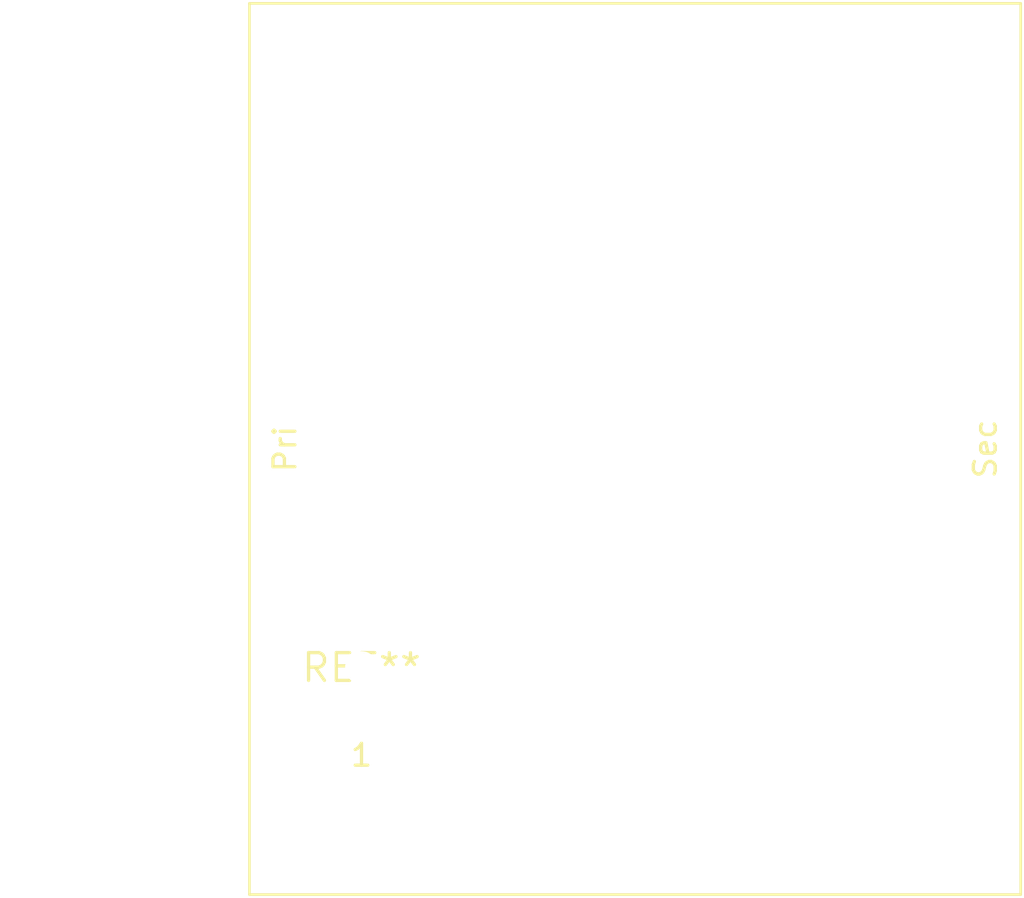
<source format=kicad_pcb>
(kicad_pcb (version 20240108) (generator pcbnew)
  (layers (0 "F.Cu" signal) (31 "B.Cu" signal) (34 "B.Paste" user) (35 "F.Paste" user) (36 "B.SilkS" user "B.Silkscreen") (37 "F.SilkS" user "F.Silkscreen") (38 "B.Mask" user) (39 "F.Mask" user) (44 "Edge.Cuts" user))
  (net 0 "")
  (footprint "Transformer_CHK_EI38-3VA_1xSec" (layer "F.Cu") (at 0 0)
    (property "Reference" "REF**")
    (property "Value" "Transformer_CHK_EI38-3VA_1xSec")
    (fp_line (start -5.12 -30.37) (end -5.12 10.37) (layer "F.SilkS") (stroke (width 0.12)))
    (fp_line (start -5.12 -30.37) (end 30.12 -30.37) (layer "F.SilkS") (stroke (width 0.12)))
    (fp_line (start 30.12 10.37) (end -5.12 10.37) (layer "F.SilkS") (stroke (width 0.12)))
    (fp_line (start 30.12 10.37) (end 30.12 -30.37) (layer "F.SilkS") (stroke (width 0.12)))
    (fp_text user "1" (at 0 4 0) (layer "F.SilkS"))
    (fp_text user "Sec" (at 28.5 -10 90) (layer "F.SilkS"))
    (fp_text user "Pri" (at -3.5 -10 90) (layer "F.SilkS"))
    (pad "1" thru_hole circle (at 0 0) (size 3 3) (drill 1.5) (layers *.Cu *.Mask) (remove_unused_layers))
    (pad "2" thru_hole circle (at 0 -5) (size 3 3) (drill 1.5) (layers *.Cu *.Mask) (remove_unused_layers))
    (pad "3" thru_hole circle (at 0 -10) (size 3 3) (drill 1.5) (layers *.Cu *.Mask) (remove_unused_layers))
    (pad "4" thru_hole circle (at 0 -15) (size 3 3) (drill 1.5) (layers *.Cu *.Mask) (remove_unused_layers))
    (pad "5" thru_hole circle (at 0 -20) (size 3 3) (drill 1.5) (layers *.Cu *.Mask) (remove_unused_layers))
    (pad "6" thru_hole circle (at 25 -20) (size 3 3) (drill 1.5) (layers *.Cu *.Mask) (remove_unused_layers))
    (pad "7" thru_hole circle (at 25 -15) (size 3 3) (drill 1.5) (layers *.Cu *.Mask) (remove_unused_layers))
    (pad "8" thru_hole circle (at 25 -10) (size 3 3) (drill 1.5) (layers *.Cu *.Mask) (remove_unused_layers))
    (pad "9" thru_hole circle (at 25 -5) (size 3 3) (drill 1.5) (layers *.Cu *.Mask) (remove_unused_layers))
    (pad "10" thru_hole circle (at 25 0) (size 3 3) (drill 1.5) (layers *.Cu *.Mask) (remove_unused_layers))
  )
)
</source>
